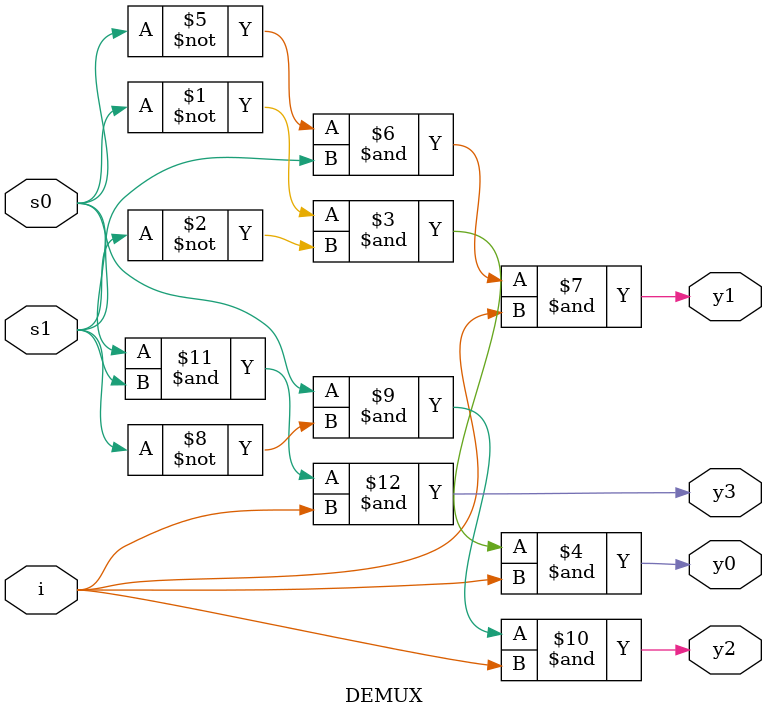
<source format=v>
`timescale 1ns / 1ps


module DEMUX(
    input i,s0,s1,
    output y0,y1,y2,y3
    );
    assign y0=(~s0&~s1&i);
    assign y1=(~s0&s1&i);
    assign y2=(s0&~s1&i);
    assign y3=(s0&s1&i);

endmodule

</source>
